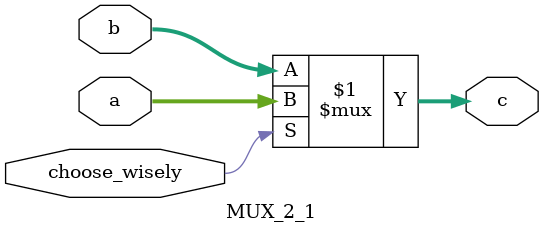
<source format=v>
module MUX_2_1
#(parameter SIZE=32)
(
	a,
	b,
	choose_wisely,
	c
);

input [SIZE-1:0] a,b;
input choose_wisely;
output wire [SIZE-1:0] c;


assign c = (choose_wisely)?a:b;

endmodule

</source>
